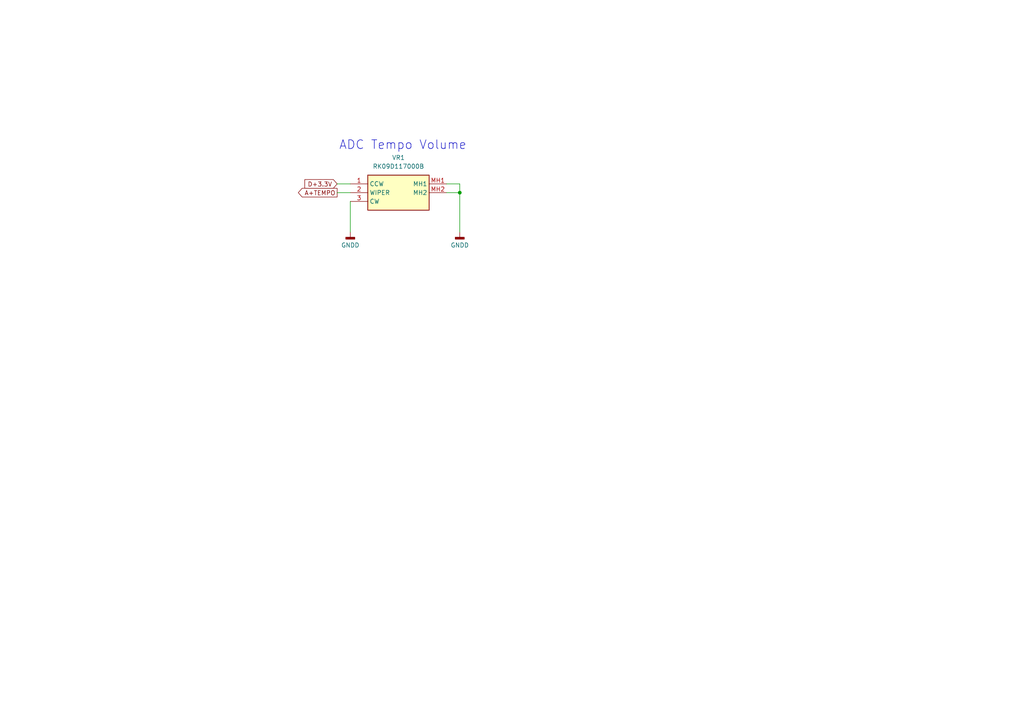
<source format=kicad_sch>
(kicad_sch (version 20231120) (generator "eeschema") (generator_version "8.0")
  (paper "A4")
  (lib_symbols
    (symbol "SamacSys_Parts:RK09D117000B"
      (property "Reference" "VR" (at 24.13 7.62 0))
      (property "Value" "RK09D117000B" (at 24.13 5.08 0))
      (symbol "RK09D117000B_1_1"
        (rectangle (start 5.08 2.54) (end 22.86 -7.62) (stroke (width 0.254)) (fill (type background)))
        (pin passive line (at 0 0 0) (length 5.08) (name "CCW") (number "1"))
        (pin passive line (at 0 -2.54 0) (length 5.08) (name "WIPER") (number "2"))
        (pin passive line (at 0 -5.08 0) (length 5.08) (name "CW") (number "3"))
        (pin passive line (at 27.94 0 180) (length 5.08) (name "MH1") (number "MH1"))
        (pin passive line (at 27.94 -2.54 180) (length 5.08) (name "MH2") (number "MH2"))
      )
    )
    (symbol "power:GNDD" (power) (pin_numbers hide) (pin_names (offset 0) hide)
      (property "Value" "GNDD" (at 0 -3.175 0))
      (symbol "GNDD_0_1"
        (rectangle (start -1.27 -1.524) (end 1.27 -2.032) (stroke (width 0.254)) (fill (type outline)))
        (polyline (pts (xy 0 0) (xy 0 -1.524)))
      )
      (symbol "GNDD_1_1"
        (pin power_in line (at 0 0 270) (length 0) (name "~") (number "1"))
      )
    )
  )
  (junction (at 133.35 55.88))
  (wire (pts (xy 101.6 58.42) (xy 101.6 67.31)))
  (wire (pts (xy 129.54 55.88) (xy 133.35 55.88)))
  (wire (pts (xy 133.35 53.34) (xy 133.35 55.88)))
  (wire (pts (xy 97.79 55.88) (xy 101.6 55.88)))
  (wire (pts (xy 133.35 55.88) (xy 133.35 67.31)))
  (wire (pts (xy 97.79 53.34) (xy 101.6 53.34)))
  (wire (pts (xy 129.54 53.34) (xy 133.35 53.34)))
  (text "ADC Tempo Volume" (at 98.298 42.164 0) (effects (font (size 2.54 2.54)) (justify left)))
  (global_label "A+TEMPO" (shape output) (at 97.79 55.88 180) (property "Intersheetrefs" "${INTERSHEET_REFS}" (effects (hide yes))))
  (global_label "D+3.3V" (shape input) (at 97.79 53.34 180) (property "Intersheetrefs" "${INTERSHEET_REFS}" (effects (hide yes))))
  (symbol (lib_id "power:GNDD") (at 133.35 67.31 0) (unit 1)
    (property "Reference" "#PWR017" (effects (hide yes)))
    (property "Value" "GNDD" (at 133.35 71.12 0))
    (property "Description" "Power symbol creates a global label with name \"GNDD\" , digital ground" (effects (hide yes)))
    (instances (project "HT16K33Panel" (path "" (reference "#PWR017") (unit 1))) (project "HT16K33Panel" (path "" (reference "#PWR0140") (unit 1))))
  )
  (symbol (lib_id "power:GNDD") (at 101.6 67.31 0) (unit 1)
    (property "Reference" "#PWR03" (effects (hide yes)))
    (property "Value" "GNDD" (at 101.6 71.12 0))
    (property "Description" "Power symbol creates a global label with name \"GNDD\" , digital ground" (effects (hide yes)))
    (instances (project "HT16K33Panel" (path "" (reference "#PWR03") (unit 1))) (project "HT16K33Panel" (path "" (reference "#PWR0141") (unit 1))))
  )
  (symbol (lib_id "SamacSys_Parts:RK09D117000B") (at 101.6 53.34 0) (unit 1)
    (property "Reference" "VR1" (at 115.57 45.72 0))
    (property "Value" "RK09D117000B" (at 115.57 48.26 0))
    (property "Footprint" "SamacSys_Parts:RK09D117000B" (effects (hide yes)))
    (property "Datasheet" "https://tech.alpsalpine.com/prod/j/html/potentiometer/rotarypotentiometers/rk09k/rk09d117000b.html" (effects (hide yes)))
    (property "Description" "9-inch insulated shaft snap-in type RK09K/RK09D series" (effects (hide yes)))
    (property "Height" "30" (effects (hide yes)))
    (property "Manufacturer_Name" "ALPS Electric" (effects (hide yes)))
    (property "Manufacturer_Part_Number" "RK09D117000B" (effects (hide yes)))
    (property "Mouser Part Number" "688-RK09D117000B" (effects (hide yes)))
    (property "Mouser Price/Stock" "https://www.mouser.co.uk/ProductDetail/Alps-Alpine/RK09D117000B?qs=3cOf6TWd2rbc67829PEbEQ%3D%3D" (effects (hide yes)))
  )
)
</source>
